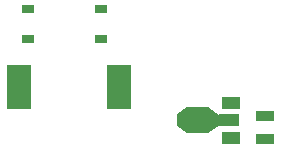
<source format=gbp>
G04 #@! TF.GenerationSoftware,KiCad,Pcbnew,5.0.0-rc1-44a33f2~62~ubuntu16.04.1*
G04 #@! TF.CreationDate,2018-03-21T06:07:44+02:00*
G04 #@! TF.ProjectId,buck_led_driver,6275636B5F6C65645F6472697665722E,rev?*
G04 #@! TF.SameCoordinates,Original*
G04 #@! TF.FileFunction,Paste,Bot*
G04 #@! TF.FilePolarity,Positive*
%FSLAX46Y46*%
G04 Gerber Fmt 4.6, Leading zero omitted, Abs format (unit mm)*
G04 Created by KiCad (PCBNEW 5.0.0-rc1-44a33f2~62~ubuntu16.04.1) date Wed Mar 21 06:07:44 2018*
%MOMM*%
%LPD*%
G01*
G04 APERTURE LIST*
%ADD10R,2.000000X3.750000*%
%ADD11R,1.500000X0.970000*%
%ADD12R,1.000000X0.800000*%
%ADD13C,0.850000*%
%ADD14C,0.100000*%
%ADD15R,1.500000X1.000000*%
%ADD16R,1.800000X1.000000*%
%ADD17R,1.840000X2.200000*%
%ADD18C,1.000000*%
G04 APERTURE END LIST*
D10*
X160005000Y-90800000D03*
X151500000Y-90800000D03*
D11*
X172400000Y-93245000D03*
X172400000Y-95155000D03*
D12*
X152325000Y-86670000D03*
X152325000Y-84130000D03*
X158475000Y-84130000D03*
X158475000Y-86670000D03*
D13*
X165333000Y-93600000D03*
D14*
G36*
X164908000Y-93100000D02*
X165758000Y-92500000D01*
X165758000Y-94700000D01*
X164908000Y-94100000D01*
X164908000Y-93100000D01*
X164908000Y-93100000D01*
G37*
D15*
X169480000Y-92100000D03*
D16*
X169333500Y-93600000D03*
D15*
X169480000Y-95100000D03*
D17*
X166666500Y-93600000D03*
D18*
X168076200Y-93600000D03*
D14*
G36*
X168576200Y-94000000D02*
X167576200Y-94700000D01*
X167576200Y-92500000D01*
X168576200Y-93200000D01*
X168576200Y-94000000D01*
X168576200Y-94000000D01*
G37*
M02*

</source>
